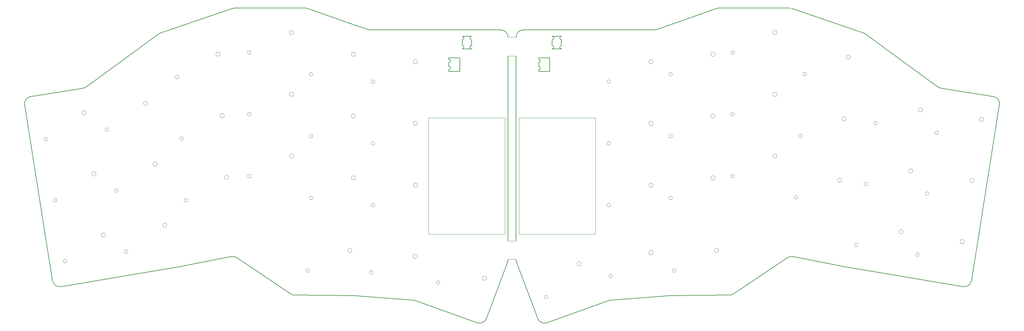
<source format=gbr>
%TF.GenerationSoftware,KiCad,Pcbnew,8.0.6*%
%TF.CreationDate,2025-07-27T16:03:57+02:00*%
%TF.ProjectId,combined,636f6d62-696e-4656-942e-6b696361645f,v1.0.0*%
%TF.SameCoordinates,Original*%
%TF.FileFunction,Profile,NP*%
%FSLAX46Y46*%
G04 Gerber Fmt 4.6, Leading zero omitted, Abs format (unit mm)*
G04 Created by KiCad (PCBNEW 8.0.6) date 2025-07-27 16:03:57*
%MOMM*%
%LPD*%
G01*
G04 APERTURE LIST*
%TA.AperFunction,Profile*%
%ADD10C,0.150000*%
%TD*%
%TA.AperFunction,Profile*%
%ADD11C,0.050000*%
%TD*%
%TA.AperFunction,Profile*%
%ADD12C,0.100000*%
%TD*%
G04 APERTURE END LIST*
D10*
X121879975Y-39051990D02*
X141892606Y-32211743D01*
X121342464Y-39332886D02*
G75*
G02*
X121879975Y-39051990I1184936J-1612714D01*
G01*
X101630628Y-53818981D02*
G75*
G02*
X100759134Y-54182760I-1184628J1612181D01*
G01*
X179549689Y-38104246D02*
X215447920Y-38104253D01*
X141386831Y-100469437D02*
G75*
G02*
X142900627Y-100772390I394869J-1960463D01*
G01*
X274567444Y-32219085D02*
X258213561Y-37991044D01*
X101630628Y-53818981D02*
X121342464Y-39332886D01*
X336338467Y-54183561D02*
G75*
G02*
X335466990Y-53819781I312533J1974461D01*
G01*
D11*
X217450001Y-45275000D02*
X219650002Y-45274999D01*
D10*
X161864515Y-32104250D02*
G75*
G02*
X162530155Y-32218277I-115J-2000550D01*
G01*
X245375898Y-112560289D02*
X261871218Y-111261158D01*
X94730318Y-108779115D02*
G75*
G02*
X92423584Y-107119626I-331318J1972415D01*
G01*
D11*
X217447924Y-40103422D02*
X219649683Y-40104248D01*
D10*
X219752505Y-101976962D02*
G75*
G02*
X219624570Y-101272362I1870595J703562D01*
G01*
D11*
X241505898Y-62331773D02*
X241505894Y-94331773D01*
X220505895Y-94331772D01*
X220505892Y-62331770D01*
X241505898Y-62331773D01*
D10*
X215447920Y-38104253D02*
G75*
G02*
X217447947Y-40103422I80J-1999947D01*
G01*
X211483257Y-117568753D02*
G75*
G02*
X208927142Y-118744343I-1872057J703753D01*
G01*
X191721694Y-112559464D02*
G75*
G02*
X192248710Y-112673897I-157194J-1994736D01*
G01*
X162530159Y-32218266D02*
X178884051Y-37990224D01*
X179549689Y-38104246D02*
G75*
G02*
X178884054Y-37990214I-89J1999246D01*
G01*
X315217619Y-39052805D02*
G75*
G02*
X315755127Y-39333700I-647419J-1893595D01*
G01*
X279389575Y-110768190D02*
G75*
G02*
X278288404Y-111110418I-1119075J1658090D01*
G01*
D11*
X217473018Y-101271539D02*
X219624585Y-101272362D01*
D10*
X295710766Y-100470258D02*
X309786884Y-103305076D01*
X344674022Y-107120433D02*
X352336362Y-58742318D01*
X262010476Y-111255067D02*
X278288404Y-111110414D01*
X219650002Y-45274999D02*
X219649999Y-96150005D01*
X221649686Y-38105060D02*
X257547923Y-38105067D01*
X294558145Y-32105074D02*
X275233078Y-32105076D01*
X127247241Y-103315984D02*
X94730318Y-108779115D01*
X228170461Y-118745172D02*
G75*
G02*
X225614380Y-117569563I-684061J1879272D01*
G01*
X86423745Y-56453249D02*
X100759134Y-54182759D01*
X191721694Y-112559464D02*
X175226388Y-111260341D01*
X217345091Y-101976142D02*
X211483257Y-117568753D01*
X84761232Y-58741499D02*
G75*
G02*
X86423746Y-56453257I1975468J312799D01*
G01*
X279389575Y-110768190D02*
X294196973Y-100773202D01*
X309850357Y-103316798D02*
X342367274Y-108779925D01*
X127310716Y-103304256D02*
G75*
G02*
X127247241Y-103315984I-397916J1976056D01*
G01*
X244848886Y-112674721D02*
G75*
G02*
X245375898Y-112560292I683714J-1878079D01*
G01*
X274567444Y-32219085D02*
G75*
G02*
X275233078Y-32105090I665556J-1885915D01*
G01*
X175087133Y-111254239D02*
G75*
G02*
X175226388Y-111260341I-17333J-1987661D01*
G01*
X141892606Y-32211743D02*
G75*
G02*
X142539465Y-32104255I646794J-1892257D01*
G01*
X142539465Y-32104247D02*
X161864515Y-32104250D01*
X258213561Y-37991044D02*
G75*
G02*
X257547923Y-38105050I-665661J1886344D01*
G01*
X217473018Y-101271539D02*
G75*
G02*
X217345107Y-101976148I-2001018J-661D01*
G01*
X350673852Y-56454070D02*
G75*
G02*
X352336321Y-58742311I-312852J-1975330D01*
G01*
D11*
X294558146Y-32105072D02*
G75*
G02*
X295202527Y-32218402I76554J-1453328D01*
G01*
D10*
X309850357Y-103316798D02*
G75*
G02*
X309786884Y-103305075I330143J1965198D01*
G01*
X344674022Y-107120433D02*
G75*
G02*
X342367266Y-108779970I-1975322J312733D01*
G01*
D11*
X217449998Y-96149996D02*
X219649999Y-96150005D01*
D10*
X228170461Y-118745172D02*
X244848888Y-112674726D01*
X208927135Y-118744361D02*
X192248709Y-112673900D01*
X219649683Y-40104248D02*
G75*
G02*
X221649686Y-38104983I1999717J-452D01*
G01*
X315217619Y-39052805D02*
X295204996Y-32212561D01*
X294196973Y-100773202D02*
G75*
G02*
X295710765Y-100470262I1118927J-1657598D01*
G01*
X217450001Y-45275000D02*
X217449998Y-96149996D01*
X92423578Y-107119627D02*
X84761232Y-58741499D01*
X158809205Y-111109603D02*
G75*
G02*
X157708022Y-110767391I17895J2000403D01*
G01*
D11*
X216600140Y-62326689D02*
X216600137Y-94326692D01*
X195600141Y-94326687D01*
X195600136Y-62326687D01*
X216600140Y-62326689D01*
D10*
X157708032Y-110767376D02*
X142900631Y-100772385D01*
X350673852Y-56454070D02*
X336338467Y-54183561D01*
X141386831Y-100469437D02*
X127310716Y-103304256D01*
X261871218Y-111261158D02*
G75*
G02*
X262010476Y-111255067I156982J-1993942D01*
G01*
X335466978Y-53819797D02*
X315755125Y-39333703D01*
X219752505Y-101976962D02*
X225614349Y-117569575D01*
X175087133Y-111254239D02*
X158809205Y-111109603D01*
D12*
%TO.C,CPG1316*%
X316177352Y-80525780D02*
G75*
G02*
X315177354Y-80525780I-499999J0D01*
G01*
X315177354Y-80525780D02*
G75*
G02*
X316177352Y-80525780I499999J0D01*
G01*
X328594927Y-76908132D02*
G75*
G02*
X327394927Y-76908132I-600000J0D01*
G01*
X327394927Y-76908132D02*
G75*
G02*
X328594927Y-76908132I600000J0D01*
G01*
X330308665Y-99975861D02*
G75*
G02*
X329308667Y-99975861I-499999J0D01*
G01*
X329308667Y-99975861D02*
G75*
G02*
X330308665Y-99975861I499999J0D01*
G01*
X342726240Y-96358213D02*
G75*
G02*
X341526240Y-96358213I-600000J0D01*
G01*
X341526240Y-96358213D02*
G75*
G02*
X342726240Y-96358213I600000J0D01*
G01*
X228448833Y-111642652D02*
G75*
G02*
X227448827Y-111642652I-500003J0D01*
G01*
X227448827Y-111642652D02*
G75*
G02*
X228448833Y-111642652I500003J0D01*
G01*
X237568153Y-102506908D02*
G75*
G02*
X236368159Y-102506908I-599997J0D01*
G01*
X236368159Y-102506908D02*
G75*
G02*
X237568153Y-102506908I599997J0D01*
G01*
X93672358Y-84998976D02*
G75*
G02*
X92672358Y-84998976I-500000J0D01*
G01*
X92672358Y-84998976D02*
G75*
G02*
X93672358Y-84998976I500000J0D01*
G01*
X104369156Y-77752048D02*
G75*
G02*
X103169164Y-77752048I-599996J0D01*
G01*
X103169164Y-77752048D02*
G75*
G02*
X104369156Y-77752048I599996J0D01*
G01*
X279590501Y-78355068D02*
G75*
G02*
X278590509Y-78355068I-499996J0D01*
G01*
X278590509Y-78355068D02*
G75*
G02*
X279590501Y-78355068I499996J0D01*
G01*
X291290503Y-72855064D02*
G75*
G02*
X290090491Y-72855064I-600006J0D01*
G01*
X290090491Y-72855064D02*
G75*
G02*
X291290503Y-72855064I600006J0D01*
G01*
X163907099Y-67354255D02*
G75*
G02*
X162907107Y-67354255I-499996J0D01*
G01*
X162907107Y-67354255D02*
G75*
G02*
X163907099Y-67354255I499996J0D01*
G01*
X175607101Y-61854251D02*
G75*
G02*
X174407089Y-61854251I-600006J0D01*
G01*
X174407089Y-61854251D02*
G75*
G02*
X175607101Y-61854251I600006J0D01*
G01*
X318836730Y-63735066D02*
G75*
G02*
X317836732Y-63735066I-499999J0D01*
G01*
X317836732Y-63735066D02*
G75*
G02*
X318836730Y-63735066I499999J0D01*
G01*
X331254305Y-60117418D02*
G75*
G02*
X330054305Y-60117418I-600000J0D01*
G01*
X330054305Y-60117418D02*
G75*
G02*
X331254305Y-60117418I600000J0D01*
G01*
X162907104Y-104354246D02*
G75*
G02*
X161907112Y-104354246I-499996J0D01*
G01*
X161907112Y-104354246D02*
G75*
G02*
X162907104Y-104354246I499996J0D01*
G01*
X174607106Y-98854242D02*
G75*
G02*
X173407094Y-98854242I-600006J0D01*
G01*
X173407094Y-98854242D02*
G75*
G02*
X174607106Y-98854242I600006J0D01*
G01*
X262590499Y-67355063D02*
G75*
G02*
X261590507Y-67355063I-499996J0D01*
G01*
X261590507Y-67355063D02*
G75*
G02*
X262590499Y-67355063I499996J0D01*
G01*
X274290501Y-61855059D02*
G75*
G02*
X273090489Y-61855059I-600006J0D01*
G01*
X273090489Y-61855059D02*
G75*
G02*
X274290501Y-61855059I600006J0D01*
G01*
X297020162Y-84187217D02*
G75*
G02*
X296020164Y-84187217I-499999J0D01*
G01*
X296020164Y-84187217D02*
G75*
G02*
X297020162Y-84187217I499999J0D01*
G01*
X309075568Y-79509791D02*
G75*
G02*
X307875570Y-79509791I-599999J0D01*
G01*
X307875570Y-79509791D02*
G75*
G02*
X309075568Y-79509791I599999J0D01*
G01*
X146907101Y-78354250D02*
G75*
G02*
X145907109Y-78354250I-499996J0D01*
G01*
X145907109Y-78354250D02*
G75*
G02*
X146907101Y-78354250I499996J0D01*
G01*
X158607103Y-72854246D02*
G75*
G02*
X157407091Y-72854246I-600006J0D01*
G01*
X157407091Y-72854246D02*
G75*
G02*
X158607103Y-72854246I600006J0D01*
G01*
X163907109Y-50354252D02*
G75*
G02*
X162907117Y-50354252I-499996J0D01*
G01*
X162907117Y-50354252D02*
G75*
G02*
X163907109Y-50354252I499996J0D01*
G01*
X175607111Y-44854248D02*
G75*
G02*
X174407099Y-44854248I-600006J0D01*
G01*
X174407099Y-44854248D02*
G75*
G02*
X175607111Y-44854248I600006J0D01*
G01*
X180907098Y-52354238D02*
G75*
G02*
X179907106Y-52354238I-499996J0D01*
G01*
X179907106Y-52354238D02*
G75*
G02*
X180907098Y-52354238I499996J0D01*
G01*
X192607100Y-46854234D02*
G75*
G02*
X191407088Y-46854234I-600006J0D01*
G01*
X191407088Y-46854234D02*
G75*
G02*
X192607100Y-46854234I600006J0D01*
G01*
X198748328Y-107674395D02*
G75*
G02*
X197748320Y-107674395I-500004J0D01*
G01*
X197748320Y-107674395D02*
G75*
G02*
X198748328Y-107674395I500004J0D01*
G01*
X211629874Y-106473517D02*
G75*
G02*
X210429870Y-106473517I-600002J0D01*
G01*
X210429870Y-106473517D02*
G75*
G02*
X211629874Y-106473517I600002J0D01*
G01*
X332968044Y-83185155D02*
G75*
G02*
X331968046Y-83185155I-499999J0D01*
G01*
X331968046Y-83185155D02*
G75*
G02*
X332968044Y-83185155I499999J0D01*
G01*
X345385619Y-79567507D02*
G75*
G02*
X344185619Y-79567507I-600000J0D01*
G01*
X344185619Y-79567507D02*
G75*
G02*
X345385619Y-79567507I600000J0D01*
G01*
X335627433Y-66394456D02*
G75*
G02*
X334627435Y-66394456I-499999J0D01*
G01*
X334627435Y-66394456D02*
G75*
G02*
X335627433Y-66394456I499999J0D01*
G01*
X348045008Y-62776808D02*
G75*
G02*
X346845008Y-62776808I-600000J0D01*
G01*
X346845008Y-62776808D02*
G75*
G02*
X348045008Y-62776808I600000J0D01*
G01*
X128319828Y-68036987D02*
G75*
G02*
X127319830Y-68036987I-499999J0D01*
G01*
X127319830Y-68036987D02*
G75*
G02*
X128319828Y-68036987I499999J0D01*
G01*
X139607908Y-61741209D02*
G75*
G02*
X138407906Y-61741209I-600001J0D01*
G01*
X138407906Y-61741209D02*
G75*
G02*
X139607908Y-61741209I600001J0D01*
G01*
X96331751Y-101789683D02*
G75*
G02*
X95331751Y-101789683I-500000J0D01*
G01*
X95331751Y-101789683D02*
G75*
G02*
X96331751Y-101789683I500000J0D01*
G01*
X107028549Y-94542755D02*
G75*
G02*
X105828557Y-94542755I-599996J0D01*
G01*
X105828557Y-94542755D02*
G75*
G02*
X107028549Y-94542755I599996J0D01*
G01*
X313517966Y-97316477D02*
G75*
G02*
X312517968Y-97316477I-499999J0D01*
G01*
X312517968Y-97316477D02*
G75*
G02*
X313517966Y-97316477I499999J0D01*
G01*
X325935541Y-93698829D02*
G75*
G02*
X324735541Y-93698829I-600000J0D01*
G01*
X324735541Y-93698829D02*
G75*
G02*
X325935541Y-93698829I600000J0D01*
G01*
X279590509Y-61355075D02*
G75*
G02*
X278590517Y-61355075I-499996J0D01*
G01*
X278590517Y-61355075D02*
G75*
G02*
X279590509Y-61355075I499996J0D01*
G01*
X291290511Y-55855071D02*
G75*
G02*
X290090499Y-55855071I-600006J0D01*
G01*
X290090499Y-55855071D02*
G75*
G02*
X291290511Y-55855071I600006J0D01*
G01*
X263590502Y-104355072D02*
G75*
G02*
X262590510Y-104355072I-499996J0D01*
G01*
X262590510Y-104355072D02*
G75*
G02*
X263590502Y-104355072I499996J0D01*
G01*
X275290504Y-98855068D02*
G75*
G02*
X274090492Y-98855068I-600006J0D01*
G01*
X274090492Y-98855068D02*
G75*
G02*
X275290504Y-98855068I600006J0D01*
G01*
X245590497Y-52355068D02*
G75*
G02*
X244590505Y-52355068I-499996J0D01*
G01*
X244590505Y-52355068D02*
G75*
G02*
X245590497Y-52355068I499996J0D01*
G01*
X257290499Y-46855064D02*
G75*
G02*
X256090487Y-46855064I-600006J0D01*
G01*
X256090487Y-46855064D02*
G75*
G02*
X257290499Y-46855064I600006J0D01*
G01*
X129505685Y-84995568D02*
G75*
G02*
X128505687Y-84995568I-499999J0D01*
G01*
X128505687Y-84995568D02*
G75*
G02*
X129505685Y-84995568I499999J0D01*
G01*
X140793765Y-78699790D02*
G75*
G02*
X139593763Y-78699790I-600001J0D01*
G01*
X139593763Y-78699790D02*
G75*
G02*
X140793765Y-78699790I600001J0D01*
G01*
X180907105Y-69354250D02*
G75*
G02*
X179907113Y-69354250I-499996J0D01*
G01*
X179907113Y-69354250D02*
G75*
G02*
X180907105Y-69354250I499996J0D01*
G01*
X192607107Y-63854246D02*
G75*
G02*
X191407095Y-63854246I-600006J0D01*
G01*
X191407095Y-63854246D02*
G75*
G02*
X192607107Y-63854246I600006J0D01*
G01*
X146907098Y-61354244D02*
G75*
G02*
X145907106Y-61354244I-499996J0D01*
G01*
X145907106Y-61354244D02*
G75*
G02*
X146907098Y-61354244I499996J0D01*
G01*
X158607100Y-55854240D02*
G75*
G02*
X157407088Y-55854240I-600006J0D01*
G01*
X157407088Y-55854240D02*
G75*
G02*
X158607100Y-55854240I600006J0D01*
G01*
X113122451Y-99130295D02*
G75*
G02*
X112122451Y-99130295I-500000J0D01*
G01*
X112122451Y-99130295D02*
G75*
G02*
X113122451Y-99130295I500000J0D01*
G01*
X123819249Y-91883367D02*
G75*
G02*
X122619257Y-91883367I-599996J0D01*
G01*
X122619257Y-91883367D02*
G75*
G02*
X123819249Y-91883367I599996J0D01*
G01*
D10*
%TO.C,REF\u002A\u002A*%
X201207098Y-49504252D02*
X201207096Y-49040758D01*
X201207102Y-46235754D02*
X201207104Y-45804247D01*
X201207103Y-48140749D02*
X201207100Y-47135757D01*
X201207104Y-45804247D02*
X204207105Y-45804254D01*
X204207100Y-49504253D02*
X201207098Y-49504252D01*
X204207105Y-45804254D02*
X204207100Y-49504253D01*
X204882101Y-39885750D02*
X207422100Y-39885756D01*
X204882101Y-42425751D02*
X204882102Y-40785747D01*
X207422099Y-43325750D02*
X204882102Y-43325749D01*
X207422104Y-40785760D02*
X207422097Y-42425754D01*
X201207102Y-46235754D02*
G75*
G02*
X201207100Y-47135756I-11J-450001D01*
G01*
X201207103Y-48140749D02*
G75*
G02*
X201207096Y-49040757I-25J-450004D01*
G01*
X204882101Y-39885750D02*
G75*
G02*
X204882102Y-40785748I-1J-449999D01*
G01*
X204882101Y-42425751D02*
G75*
G02*
X204882102Y-43325749I-1J-449999D01*
G01*
X207422099Y-43325750D02*
G75*
G02*
X207422097Y-42425754I4J449998D01*
G01*
X207422104Y-40785760D02*
G75*
G02*
X207422100Y-39885756I-2J450002D01*
G01*
D12*
%TO.C,CPG1316*%
X299391886Y-50270046D02*
G75*
G02*
X298391888Y-50270046I-499999J0D01*
G01*
X298391888Y-50270046D02*
G75*
G02*
X299391886Y-50270046I499999J0D01*
G01*
X311447292Y-45592620D02*
G75*
G02*
X310247294Y-45592620I-599999J0D01*
G01*
X310247294Y-45592620D02*
G75*
G02*
X311447292Y-45592620I599999J0D01*
G01*
X245590501Y-86355063D02*
G75*
G02*
X244590509Y-86355063I-499996J0D01*
G01*
X244590509Y-86355063D02*
G75*
G02*
X245590501Y-86355063I499996J0D01*
G01*
X257290503Y-80855059D02*
G75*
G02*
X256090491Y-80855059I-600006J0D01*
G01*
X256090491Y-80855059D02*
G75*
G02*
X257290503Y-80855059I600006J0D01*
G01*
X163907096Y-84354249D02*
G75*
G02*
X162907104Y-84354249I-499996J0D01*
G01*
X162907104Y-84354249D02*
G75*
G02*
X163907096Y-84354249I499996J0D01*
G01*
X175607098Y-78854245D02*
G75*
G02*
X174407086Y-78854245I-600006J0D01*
G01*
X174407086Y-78854245D02*
G75*
G02*
X175607098Y-78854245I600006J0D01*
G01*
X180429178Y-104896600D02*
G75*
G02*
X179429176Y-104896600I-500001J0D01*
G01*
X179429176Y-104896600D02*
G75*
G02*
X180429178Y-104896600I500001J0D01*
G01*
X192564390Y-100428534D02*
G75*
G02*
X191364400Y-100428534I-599995J0D01*
G01*
X191364400Y-100428534D02*
G75*
G02*
X192564390Y-100428534I599995J0D01*
G01*
X146907100Y-44354258D02*
G75*
G02*
X145907108Y-44354258I-499996J0D01*
G01*
X145907108Y-44354258D02*
G75*
G02*
X146907100Y-44354258I499996J0D01*
G01*
X158607102Y-38854254D02*
G75*
G02*
X157407090Y-38854254I-600006J0D01*
G01*
X157407090Y-38854254D02*
G75*
G02*
X158607102Y-38854254I600006J0D01*
G01*
X298206028Y-67228627D02*
G75*
G02*
X297206030Y-67228627I-499999J0D01*
G01*
X297206030Y-67228627D02*
G75*
G02*
X298206028Y-67228627I499999J0D01*
G01*
X310261434Y-62551201D02*
G75*
G02*
X309061436Y-62551201I-599999J0D01*
G01*
X309061436Y-62551201D02*
G75*
G02*
X310261434Y-62551201I599999J0D01*
G01*
X127133972Y-51078396D02*
G75*
G02*
X126133974Y-51078396I-499999J0D01*
G01*
X126133974Y-51078396D02*
G75*
G02*
X127133972Y-51078396I499999J0D01*
G01*
X138422052Y-44782618D02*
G75*
G02*
X137222050Y-44782618I-600001J0D01*
G01*
X137222050Y-44782618D02*
G75*
G02*
X138422052Y-44782618I600001J0D01*
G01*
X107803671Y-65548891D02*
G75*
G02*
X106803671Y-65548891I-500000J0D01*
G01*
X106803671Y-65548891D02*
G75*
G02*
X107803671Y-65548891I500000J0D01*
G01*
X118500469Y-58301963D02*
G75*
G02*
X117300477Y-58301963I-599996J0D01*
G01*
X117300477Y-58301963D02*
G75*
G02*
X118500469Y-58301963I599996J0D01*
G01*
X91012979Y-68208275D02*
G75*
G02*
X90012979Y-68208275I-500000J0D01*
G01*
X90012979Y-68208275D02*
G75*
G02*
X91012979Y-68208275I500000J0D01*
G01*
X101709777Y-60961347D02*
G75*
G02*
X100509785Y-60961347I-599996J0D01*
G01*
X100509785Y-60961347D02*
G75*
G02*
X101709777Y-60961347I599996J0D01*
G01*
D10*
%TO.C,REF\u002A\u002A*%
X225890491Y-45805063D02*
X228890499Y-45805063D01*
X225890495Y-46236567D02*
X225890491Y-45805063D01*
X225890496Y-49505059D02*
X225890493Y-49041574D01*
X225890500Y-48141566D02*
X225890498Y-47136565D01*
X228890499Y-45805063D02*
X228890502Y-49505062D01*
X228890502Y-49505062D02*
X225890496Y-49505059D01*
X229565500Y-39886558D02*
X232105496Y-39886566D01*
X229565501Y-42426559D02*
X229565496Y-40786564D01*
X232105495Y-43326559D02*
X229565490Y-43326560D01*
X232105496Y-40786566D02*
X232105495Y-42426565D01*
X225890495Y-46236567D02*
G75*
G02*
X225890498Y-47136565I-4J-449999D01*
G01*
X225890500Y-48141566D02*
G75*
G02*
X225890493Y-49041574I-35J-450004D01*
G01*
X229565500Y-39886558D02*
G75*
G02*
X229565496Y-40786564I-7J-450003D01*
G01*
X229565501Y-42426559D02*
G75*
G02*
X229565490Y-43326559I-11J-450000D01*
G01*
X232105495Y-43326559D02*
G75*
G02*
X232105495Y-42426565I7J449997D01*
G01*
X232105496Y-40786566D02*
G75*
G02*
X232105496Y-39886566I11J450000D01*
G01*
D12*
%TO.C,CPG1316*%
X279590501Y-44355070D02*
G75*
G02*
X278590509Y-44355070I-499996J0D01*
G01*
X278590509Y-44355070D02*
G75*
G02*
X279590501Y-44355070I499996J0D01*
G01*
X291290503Y-38855066D02*
G75*
G02*
X290090491Y-38855066I-600006J0D01*
G01*
X290090491Y-38855066D02*
G75*
G02*
X291290503Y-38855066I600006J0D01*
G01*
X262590505Y-50355066D02*
G75*
G02*
X261590513Y-50355066I-499996J0D01*
G01*
X261590513Y-50355066D02*
G75*
G02*
X262590505Y-50355066I499996J0D01*
G01*
X274290507Y-44855062D02*
G75*
G02*
X273090495Y-44855062I-600006J0D01*
G01*
X273090495Y-44855062D02*
G75*
G02*
X274290507Y-44855062I600006J0D01*
G01*
X245590504Y-69355072D02*
G75*
G02*
X244590512Y-69355072I-499996J0D01*
G01*
X244590512Y-69355072D02*
G75*
G02*
X245590504Y-69355072I499996J0D01*
G01*
X257290506Y-63855068D02*
G75*
G02*
X256090494Y-63855068I-600006J0D01*
G01*
X256090494Y-63855068D02*
G75*
G02*
X257290506Y-63855068I600006J0D01*
G01*
X262590503Y-84355062D02*
G75*
G02*
X261590511Y-84355062I-499996J0D01*
G01*
X261590511Y-84355062D02*
G75*
G02*
X262590503Y-84355062I499996J0D01*
G01*
X274290505Y-78855058D02*
G75*
G02*
X273090493Y-78855058I-600006J0D01*
G01*
X273090493Y-78855058D02*
G75*
G02*
X274290505Y-78855058I600006J0D01*
G01*
X110463058Y-82339589D02*
G75*
G02*
X109463058Y-82339589I-500000J0D01*
G01*
X109463058Y-82339589D02*
G75*
G02*
X110463058Y-82339589I500000J0D01*
G01*
X121159856Y-75092661D02*
G75*
G02*
X119959864Y-75092661I-599996J0D01*
G01*
X119959864Y-75092661D02*
G75*
G02*
X121159856Y-75092661I599996J0D01*
G01*
X180907099Y-86354248D02*
G75*
G02*
X179907107Y-86354248I-499996J0D01*
G01*
X179907107Y-86354248D02*
G75*
G02*
X180907099Y-86354248I499996J0D01*
G01*
X192607101Y-80854244D02*
G75*
G02*
X191407089Y-80854244I-600006J0D01*
G01*
X191407089Y-80854244D02*
G75*
G02*
X192607101Y-80854244I600006J0D01*
G01*
X246112561Y-105908433D02*
G75*
G02*
X245112561Y-105908433I-500000J0D01*
G01*
X245112561Y-105908433D02*
G75*
G02*
X246112561Y-105908433I500000J0D01*
G01*
X257289065Y-99418353D02*
G75*
G02*
X256089069Y-99418353I-599998J0D01*
G01*
X256089069Y-99418353D02*
G75*
G02*
X257289065Y-99418353I599998J0D01*
G01*
%TD*%
M02*

</source>
